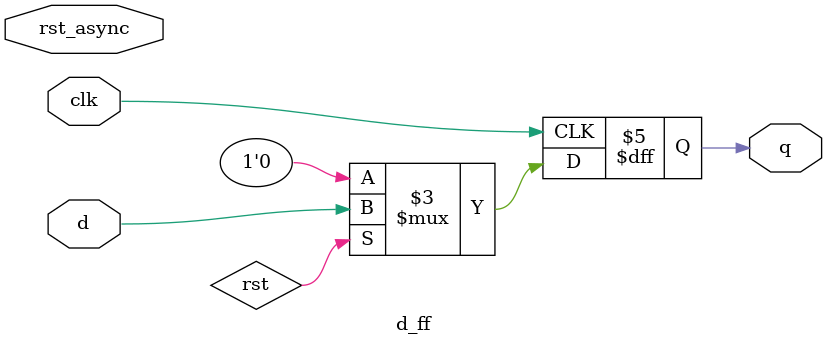
<source format=v>

module d_ff (
    input clk,
    input d,
    input rst_async,
    output q
);

    always @(posedge clk) 
    begin
        if(rst)
            q <= d;
        else
            q <= 0;
        
    end
    
endmodule
</source>
